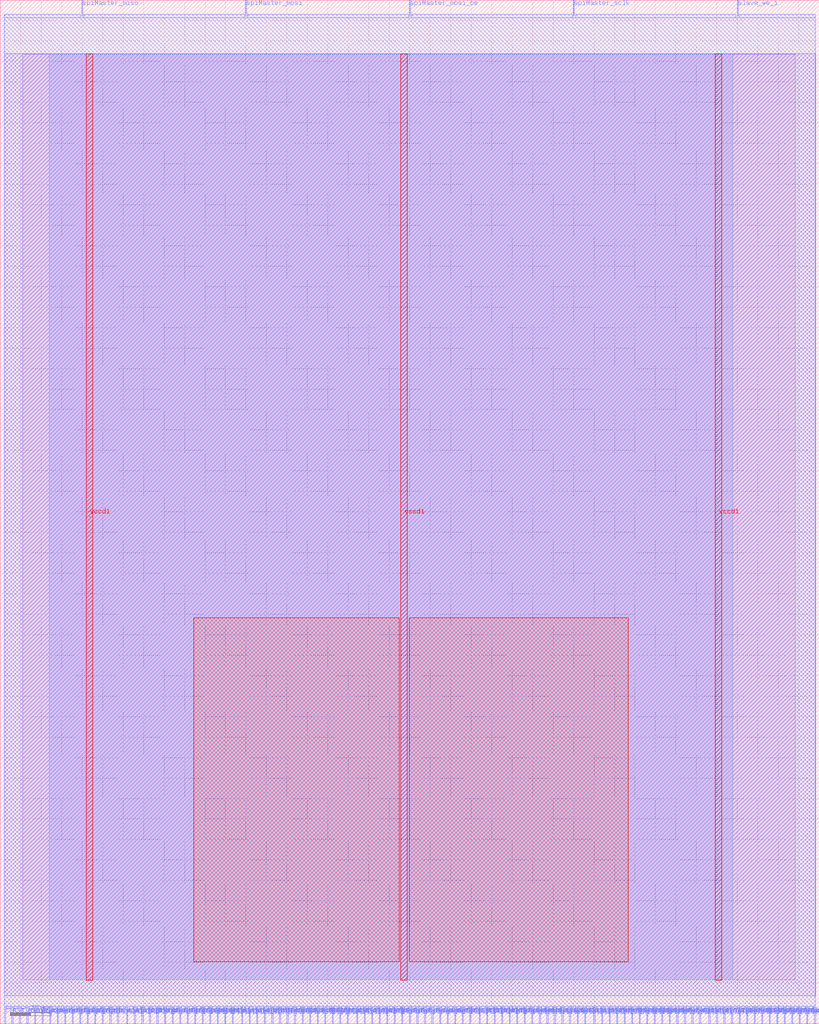
<source format=lef>
VERSION 5.7 ;
  NOWIREEXTENSIONATPIN ON ;
  DIVIDERCHAR "/" ;
  BUSBITCHARS "[]" ;
MACRO mkQF100SPI
  CLASS BLOCK ;
  FOREIGN mkQF100SPI ;
  ORIGIN 0.000 0.000 ;
  SIZE 200.000 BY 250.000 ;
  PIN CLK
    DIRECTION INPUT ;
    USE SIGNAL ;
    PORT
      LAYER met2 ;
        RECT 1.010 0.000 1.290 4.000 ;
    END
  END CLK
  PIN RST_N
    DIRECTION INPUT ;
    USE SIGNAL ;
    PORT
      LAYER met2 ;
        RECT 2.850 0.000 3.130 4.000 ;
    END
  END RST_N
  PIN slave_ack_o
    DIRECTION OUTPUT TRISTATE ;
    USE SIGNAL ;
    PORT
      LAYER met2 ;
        RECT 15.730 0.000 16.010 4.000 ;
    END
  END slave_ack_o
  PIN slave_adr_i[0]
    DIRECTION INPUT ;
    USE SIGNAL ;
    PORT
      LAYER met2 ;
        RECT 21.250 0.000 21.530 4.000 ;
    END
  END slave_adr_i[0]
  PIN slave_adr_i[10]
    DIRECTION INPUT ;
    USE SIGNAL ;
    PORT
      LAYER met2 ;
        RECT 40.110 0.000 40.390 4.000 ;
    END
  END slave_adr_i[10]
  PIN slave_adr_i[11]
    DIRECTION INPUT ;
    USE SIGNAL ;
    PORT
      LAYER met2 ;
        RECT 41.950 0.000 42.230 4.000 ;
    END
  END slave_adr_i[11]
  PIN slave_adr_i[12]
    DIRECTION INPUT ;
    USE SIGNAL ;
    PORT
      LAYER met2 ;
        RECT 43.790 0.000 44.070 4.000 ;
    END
  END slave_adr_i[12]
  PIN slave_adr_i[13]
    DIRECTION INPUT ;
    USE SIGNAL ;
    PORT
      LAYER met2 ;
        RECT 45.630 0.000 45.910 4.000 ;
    END
  END slave_adr_i[13]
  PIN slave_adr_i[14]
    DIRECTION INPUT ;
    USE SIGNAL ;
    PORT
      LAYER met2 ;
        RECT 47.470 0.000 47.750 4.000 ;
    END
  END slave_adr_i[14]
  PIN slave_adr_i[15]
    DIRECTION INPUT ;
    USE SIGNAL ;
    PORT
      LAYER met2 ;
        RECT 49.310 0.000 49.590 4.000 ;
    END
  END slave_adr_i[15]
  PIN slave_adr_i[16]
    DIRECTION INPUT ;
    USE SIGNAL ;
    PORT
      LAYER met2 ;
        RECT 51.150 0.000 51.430 4.000 ;
    END
  END slave_adr_i[16]
  PIN slave_adr_i[17]
    DIRECTION INPUT ;
    USE SIGNAL ;
    PORT
      LAYER met2 ;
        RECT 52.990 0.000 53.270 4.000 ;
    END
  END slave_adr_i[17]
  PIN slave_adr_i[18]
    DIRECTION INPUT ;
    USE SIGNAL ;
    PORT
      LAYER met2 ;
        RECT 54.830 0.000 55.110 4.000 ;
    END
  END slave_adr_i[18]
  PIN slave_adr_i[19]
    DIRECTION INPUT ;
    USE SIGNAL ;
    PORT
      LAYER met2 ;
        RECT 56.670 0.000 56.950 4.000 ;
    END
  END slave_adr_i[19]
  PIN slave_adr_i[1]
    DIRECTION INPUT ;
    USE SIGNAL ;
    PORT
      LAYER met2 ;
        RECT 23.090 0.000 23.370 4.000 ;
    END
  END slave_adr_i[1]
  PIN slave_adr_i[20]
    DIRECTION INPUT ;
    USE SIGNAL ;
    PORT
      LAYER met2 ;
        RECT 58.970 0.000 59.250 4.000 ;
    END
  END slave_adr_i[20]
  PIN slave_adr_i[21]
    DIRECTION INPUT ;
    USE SIGNAL ;
    PORT
      LAYER met2 ;
        RECT 60.810 0.000 61.090 4.000 ;
    END
  END slave_adr_i[21]
  PIN slave_adr_i[22]
    DIRECTION INPUT ;
    USE SIGNAL ;
    PORT
      LAYER met2 ;
        RECT 62.650 0.000 62.930 4.000 ;
    END
  END slave_adr_i[22]
  PIN slave_adr_i[23]
    DIRECTION INPUT ;
    USE SIGNAL ;
    PORT
      LAYER met2 ;
        RECT 64.490 0.000 64.770 4.000 ;
    END
  END slave_adr_i[23]
  PIN slave_adr_i[24]
    DIRECTION INPUT ;
    USE SIGNAL ;
    PORT
      LAYER met2 ;
        RECT 66.330 0.000 66.610 4.000 ;
    END
  END slave_adr_i[24]
  PIN slave_adr_i[25]
    DIRECTION INPUT ;
    USE SIGNAL ;
    PORT
      LAYER met2 ;
        RECT 68.170 0.000 68.450 4.000 ;
    END
  END slave_adr_i[25]
  PIN slave_adr_i[26]
    DIRECTION INPUT ;
    USE SIGNAL ;
    PORT
      LAYER met2 ;
        RECT 70.010 0.000 70.290 4.000 ;
    END
  END slave_adr_i[26]
  PIN slave_adr_i[27]
    DIRECTION INPUT ;
    USE SIGNAL ;
    PORT
      LAYER met2 ;
        RECT 71.850 0.000 72.130 4.000 ;
    END
  END slave_adr_i[27]
  PIN slave_adr_i[28]
    DIRECTION INPUT ;
    USE SIGNAL ;
    PORT
      LAYER met2 ;
        RECT 73.690 0.000 73.970 4.000 ;
    END
  END slave_adr_i[28]
  PIN slave_adr_i[29]
    DIRECTION INPUT ;
    USE SIGNAL ;
    PORT
      LAYER met2 ;
        RECT 75.530 0.000 75.810 4.000 ;
    END
  END slave_adr_i[29]
  PIN slave_adr_i[2]
    DIRECTION INPUT ;
    USE SIGNAL ;
    PORT
      LAYER met2 ;
        RECT 24.930 0.000 25.210 4.000 ;
    END
  END slave_adr_i[2]
  PIN slave_adr_i[30]
    DIRECTION INPUT ;
    USE SIGNAL ;
    PORT
      LAYER met2 ;
        RECT 77.370 0.000 77.650 4.000 ;
    END
  END slave_adr_i[30]
  PIN slave_adr_i[31]
    DIRECTION INPUT ;
    USE SIGNAL ;
    PORT
      LAYER met2 ;
        RECT 79.210 0.000 79.490 4.000 ;
    END
  END slave_adr_i[31]
  PIN slave_adr_i[3]
    DIRECTION INPUT ;
    USE SIGNAL ;
    PORT
      LAYER met2 ;
        RECT 26.770 0.000 27.050 4.000 ;
    END
  END slave_adr_i[3]
  PIN slave_adr_i[4]
    DIRECTION INPUT ;
    USE SIGNAL ;
    PORT
      LAYER met2 ;
        RECT 28.610 0.000 28.890 4.000 ;
    END
  END slave_adr_i[4]
  PIN slave_adr_i[5]
    DIRECTION INPUT ;
    USE SIGNAL ;
    PORT
      LAYER met2 ;
        RECT 30.910 0.000 31.190 4.000 ;
    END
  END slave_adr_i[5]
  PIN slave_adr_i[6]
    DIRECTION INPUT ;
    USE SIGNAL ;
    PORT
      LAYER met2 ;
        RECT 32.750 0.000 33.030 4.000 ;
    END
  END slave_adr_i[6]
  PIN slave_adr_i[7]
    DIRECTION INPUT ;
    USE SIGNAL ;
    PORT
      LAYER met2 ;
        RECT 34.590 0.000 34.870 4.000 ;
    END
  END slave_adr_i[7]
  PIN slave_adr_i[8]
    DIRECTION INPUT ;
    USE SIGNAL ;
    PORT
      LAYER met2 ;
        RECT 36.430 0.000 36.710 4.000 ;
    END
  END slave_adr_i[8]
  PIN slave_adr_i[9]
    DIRECTION INPUT ;
    USE SIGNAL ;
    PORT
      LAYER met2 ;
        RECT 38.270 0.000 38.550 4.000 ;
    END
  END slave_adr_i[9]
  PIN slave_cyc_i
    DIRECTION INPUT ;
    USE SIGNAL ;
    PORT
      LAYER met2 ;
        RECT 4.690 0.000 4.970 4.000 ;
    END
  END slave_cyc_i
  PIN slave_dat_i[0]
    DIRECTION INPUT ;
    USE SIGNAL ;
    PORT
      LAYER met2 ;
        RECT 81.050 0.000 81.330 4.000 ;
    END
  END slave_dat_i[0]
  PIN slave_dat_i[10]
    DIRECTION INPUT ;
    USE SIGNAL ;
    PORT
      LAYER met2 ;
        RECT 118.770 0.000 119.050 4.000 ;
    END
  END slave_dat_i[10]
  PIN slave_dat_i[11]
    DIRECTION INPUT ;
    USE SIGNAL ;
    PORT
      LAYER met2 ;
        RECT 122.450 0.000 122.730 4.000 ;
    END
  END slave_dat_i[11]
  PIN slave_dat_i[12]
    DIRECTION INPUT ;
    USE SIGNAL ;
    PORT
      LAYER met2 ;
        RECT 126.130 0.000 126.410 4.000 ;
    END
  END slave_dat_i[12]
  PIN slave_dat_i[13]
    DIRECTION INPUT ;
    USE SIGNAL ;
    PORT
      LAYER met2 ;
        RECT 129.810 0.000 130.090 4.000 ;
    END
  END slave_dat_i[13]
  PIN slave_dat_i[14]
    DIRECTION INPUT ;
    USE SIGNAL ;
    PORT
      LAYER met2 ;
        RECT 133.490 0.000 133.770 4.000 ;
    END
  END slave_dat_i[14]
  PIN slave_dat_i[15]
    DIRECTION INPUT ;
    USE SIGNAL ;
    PORT
      LAYER met2 ;
        RECT 137.170 0.000 137.450 4.000 ;
    END
  END slave_dat_i[15]
  PIN slave_dat_i[16]
    DIRECTION INPUT ;
    USE SIGNAL ;
    PORT
      LAYER met2 ;
        RECT 140.850 0.000 141.130 4.000 ;
    END
  END slave_dat_i[16]
  PIN slave_dat_i[17]
    DIRECTION INPUT ;
    USE SIGNAL ;
    PORT
      LAYER met2 ;
        RECT 144.990 0.000 145.270 4.000 ;
    END
  END slave_dat_i[17]
  PIN slave_dat_i[18]
    DIRECTION INPUT ;
    USE SIGNAL ;
    PORT
      LAYER met2 ;
        RECT 148.670 0.000 148.950 4.000 ;
    END
  END slave_dat_i[18]
  PIN slave_dat_i[19]
    DIRECTION INPUT ;
    USE SIGNAL ;
    PORT
      LAYER met2 ;
        RECT 152.350 0.000 152.630 4.000 ;
    END
  END slave_dat_i[19]
  PIN slave_dat_i[1]
    DIRECTION INPUT ;
    USE SIGNAL ;
    PORT
      LAYER met2 ;
        RECT 84.730 0.000 85.010 4.000 ;
    END
  END slave_dat_i[1]
  PIN slave_dat_i[20]
    DIRECTION INPUT ;
    USE SIGNAL ;
    PORT
      LAYER met2 ;
        RECT 156.030 0.000 156.310 4.000 ;
    END
  END slave_dat_i[20]
  PIN slave_dat_i[21]
    DIRECTION INPUT ;
    USE SIGNAL ;
    PORT
      LAYER met2 ;
        RECT 159.710 0.000 159.990 4.000 ;
    END
  END slave_dat_i[21]
  PIN slave_dat_i[22]
    DIRECTION INPUT ;
    USE SIGNAL ;
    PORT
      LAYER met2 ;
        RECT 163.390 0.000 163.670 4.000 ;
    END
  END slave_dat_i[22]
  PIN slave_dat_i[23]
    DIRECTION INPUT ;
    USE SIGNAL ;
    PORT
      LAYER met2 ;
        RECT 167.070 0.000 167.350 4.000 ;
    END
  END slave_dat_i[23]
  PIN slave_dat_i[24]
    DIRECTION INPUT ;
    USE SIGNAL ;
    PORT
      LAYER met2 ;
        RECT 170.750 0.000 171.030 4.000 ;
    END
  END slave_dat_i[24]
  PIN slave_dat_i[25]
    DIRECTION INPUT ;
    USE SIGNAL ;
    PORT
      LAYER met2 ;
        RECT 174.890 0.000 175.170 4.000 ;
    END
  END slave_dat_i[25]
  PIN slave_dat_i[26]
    DIRECTION INPUT ;
    USE SIGNAL ;
    PORT
      LAYER met2 ;
        RECT 178.570 0.000 178.850 4.000 ;
    END
  END slave_dat_i[26]
  PIN slave_dat_i[27]
    DIRECTION INPUT ;
    USE SIGNAL ;
    PORT
      LAYER met2 ;
        RECT 182.250 0.000 182.530 4.000 ;
    END
  END slave_dat_i[27]
  PIN slave_dat_i[28]
    DIRECTION INPUT ;
    USE SIGNAL ;
    PORT
      LAYER met2 ;
        RECT 185.930 0.000 186.210 4.000 ;
    END
  END slave_dat_i[28]
  PIN slave_dat_i[29]
    DIRECTION INPUT ;
    USE SIGNAL ;
    PORT
      LAYER met2 ;
        RECT 189.610 0.000 189.890 4.000 ;
    END
  END slave_dat_i[29]
  PIN slave_dat_i[2]
    DIRECTION INPUT ;
    USE SIGNAL ;
    PORT
      LAYER met2 ;
        RECT 88.870 0.000 89.150 4.000 ;
    END
  END slave_dat_i[2]
  PIN slave_dat_i[30]
    DIRECTION INPUT ;
    USE SIGNAL ;
    PORT
      LAYER met2 ;
        RECT 193.290 0.000 193.570 4.000 ;
    END
  END slave_dat_i[30]
  PIN slave_dat_i[31]
    DIRECTION INPUT ;
    USE SIGNAL ;
    PORT
      LAYER met2 ;
        RECT 196.970 0.000 197.250 4.000 ;
    END
  END slave_dat_i[31]
  PIN slave_dat_i[3]
    DIRECTION INPUT ;
    USE SIGNAL ;
    PORT
      LAYER met2 ;
        RECT 92.550 0.000 92.830 4.000 ;
    END
  END slave_dat_i[3]
  PIN slave_dat_i[4]
    DIRECTION INPUT ;
    USE SIGNAL ;
    PORT
      LAYER met2 ;
        RECT 96.230 0.000 96.510 4.000 ;
    END
  END slave_dat_i[4]
  PIN slave_dat_i[5]
    DIRECTION INPUT ;
    USE SIGNAL ;
    PORT
      LAYER met2 ;
        RECT 99.910 0.000 100.190 4.000 ;
    END
  END slave_dat_i[5]
  PIN slave_dat_i[6]
    DIRECTION INPUT ;
    USE SIGNAL ;
    PORT
      LAYER met2 ;
        RECT 103.590 0.000 103.870 4.000 ;
    END
  END slave_dat_i[6]
  PIN slave_dat_i[7]
    DIRECTION INPUT ;
    USE SIGNAL ;
    PORT
      LAYER met2 ;
        RECT 107.270 0.000 107.550 4.000 ;
    END
  END slave_dat_i[7]
  PIN slave_dat_i[8]
    DIRECTION INPUT ;
    USE SIGNAL ;
    PORT
      LAYER met2 ;
        RECT 110.950 0.000 111.230 4.000 ;
    END
  END slave_dat_i[8]
  PIN slave_dat_i[9]
    DIRECTION INPUT ;
    USE SIGNAL ;
    PORT
      LAYER met2 ;
        RECT 114.630 0.000 114.910 4.000 ;
    END
  END slave_dat_i[9]
  PIN slave_dat_o[0]
    DIRECTION OUTPUT TRISTATE ;
    USE SIGNAL ;
    PORT
      LAYER met2 ;
        RECT 82.890 0.000 83.170 4.000 ;
    END
  END slave_dat_o[0]
  PIN slave_dat_o[10]
    DIRECTION OUTPUT TRISTATE ;
    USE SIGNAL ;
    PORT
      LAYER met2 ;
        RECT 120.610 0.000 120.890 4.000 ;
    END
  END slave_dat_o[10]
  PIN slave_dat_o[11]
    DIRECTION OUTPUT TRISTATE ;
    USE SIGNAL ;
    PORT
      LAYER met2 ;
        RECT 124.290 0.000 124.570 4.000 ;
    END
  END slave_dat_o[11]
  PIN slave_dat_o[12]
    DIRECTION OUTPUT TRISTATE ;
    USE SIGNAL ;
    PORT
      LAYER met2 ;
        RECT 127.970 0.000 128.250 4.000 ;
    END
  END slave_dat_o[12]
  PIN slave_dat_o[13]
    DIRECTION OUTPUT TRISTATE ;
    USE SIGNAL ;
    PORT
      LAYER met2 ;
        RECT 131.650 0.000 131.930 4.000 ;
    END
  END slave_dat_o[13]
  PIN slave_dat_o[14]
    DIRECTION OUTPUT TRISTATE ;
    USE SIGNAL ;
    PORT
      LAYER met2 ;
        RECT 135.330 0.000 135.610 4.000 ;
    END
  END slave_dat_o[14]
  PIN slave_dat_o[15]
    DIRECTION OUTPUT TRISTATE ;
    USE SIGNAL ;
    PORT
      LAYER met2 ;
        RECT 139.010 0.000 139.290 4.000 ;
    END
  END slave_dat_o[15]
  PIN slave_dat_o[16]
    DIRECTION OUTPUT TRISTATE ;
    USE SIGNAL ;
    PORT
      LAYER met2 ;
        RECT 142.690 0.000 142.970 4.000 ;
    END
  END slave_dat_o[16]
  PIN slave_dat_o[17]
    DIRECTION OUTPUT TRISTATE ;
    USE SIGNAL ;
    PORT
      LAYER met2 ;
        RECT 146.830 0.000 147.110 4.000 ;
    END
  END slave_dat_o[17]
  PIN slave_dat_o[18]
    DIRECTION OUTPUT TRISTATE ;
    USE SIGNAL ;
    PORT
      LAYER met2 ;
        RECT 150.510 0.000 150.790 4.000 ;
    END
  END slave_dat_o[18]
  PIN slave_dat_o[19]
    DIRECTION OUTPUT TRISTATE ;
    USE SIGNAL ;
    PORT
      LAYER met2 ;
        RECT 154.190 0.000 154.470 4.000 ;
    END
  END slave_dat_o[19]
  PIN slave_dat_o[1]
    DIRECTION OUTPUT TRISTATE ;
    USE SIGNAL ;
    PORT
      LAYER met2 ;
        RECT 87.030 0.000 87.310 4.000 ;
    END
  END slave_dat_o[1]
  PIN slave_dat_o[20]
    DIRECTION OUTPUT TRISTATE ;
    USE SIGNAL ;
    PORT
      LAYER met2 ;
        RECT 157.870 0.000 158.150 4.000 ;
    END
  END slave_dat_o[20]
  PIN slave_dat_o[21]
    DIRECTION OUTPUT TRISTATE ;
    USE SIGNAL ;
    PORT
      LAYER met2 ;
        RECT 161.550 0.000 161.830 4.000 ;
    END
  END slave_dat_o[21]
  PIN slave_dat_o[22]
    DIRECTION OUTPUT TRISTATE ;
    USE SIGNAL ;
    PORT
      LAYER met2 ;
        RECT 165.230 0.000 165.510 4.000 ;
    END
  END slave_dat_o[22]
  PIN slave_dat_o[23]
    DIRECTION OUTPUT TRISTATE ;
    USE SIGNAL ;
    PORT
      LAYER met2 ;
        RECT 168.910 0.000 169.190 4.000 ;
    END
  END slave_dat_o[23]
  PIN slave_dat_o[24]
    DIRECTION OUTPUT TRISTATE ;
    USE SIGNAL ;
    PORT
      LAYER met2 ;
        RECT 173.050 0.000 173.330 4.000 ;
    END
  END slave_dat_o[24]
  PIN slave_dat_o[25]
    DIRECTION OUTPUT TRISTATE ;
    USE SIGNAL ;
    PORT
      LAYER met2 ;
        RECT 176.730 0.000 177.010 4.000 ;
    END
  END slave_dat_o[25]
  PIN slave_dat_o[26]
    DIRECTION OUTPUT TRISTATE ;
    USE SIGNAL ;
    PORT
      LAYER met2 ;
        RECT 180.410 0.000 180.690 4.000 ;
    END
  END slave_dat_o[26]
  PIN slave_dat_o[27]
    DIRECTION OUTPUT TRISTATE ;
    USE SIGNAL ;
    PORT
      LAYER met2 ;
        RECT 184.090 0.000 184.370 4.000 ;
    END
  END slave_dat_o[27]
  PIN slave_dat_o[28]
    DIRECTION OUTPUT TRISTATE ;
    USE SIGNAL ;
    PORT
      LAYER met2 ;
        RECT 187.770 0.000 188.050 4.000 ;
    END
  END slave_dat_o[28]
  PIN slave_dat_o[29]
    DIRECTION OUTPUT TRISTATE ;
    USE SIGNAL ;
    PORT
      LAYER met2 ;
        RECT 191.450 0.000 191.730 4.000 ;
    END
  END slave_dat_o[29]
  PIN slave_dat_o[2]
    DIRECTION OUTPUT TRISTATE ;
    USE SIGNAL ;
    PORT
      LAYER met2 ;
        RECT 90.710 0.000 90.990 4.000 ;
    END
  END slave_dat_o[2]
  PIN slave_dat_o[30]
    DIRECTION OUTPUT TRISTATE ;
    USE SIGNAL ;
    PORT
      LAYER met2 ;
        RECT 195.130 0.000 195.410 4.000 ;
    END
  END slave_dat_o[30]
  PIN slave_dat_o[31]
    DIRECTION OUTPUT TRISTATE ;
    USE SIGNAL ;
    PORT
      LAYER met2 ;
        RECT 198.810 0.000 199.090 4.000 ;
    END
  END slave_dat_o[31]
  PIN slave_dat_o[3]
    DIRECTION OUTPUT TRISTATE ;
    USE SIGNAL ;
    PORT
      LAYER met2 ;
        RECT 94.390 0.000 94.670 4.000 ;
    END
  END slave_dat_o[3]
  PIN slave_dat_o[4]
    DIRECTION OUTPUT TRISTATE ;
    USE SIGNAL ;
    PORT
      LAYER met2 ;
        RECT 98.070 0.000 98.350 4.000 ;
    END
  END slave_dat_o[4]
  PIN slave_dat_o[5]
    DIRECTION OUTPUT TRISTATE ;
    USE SIGNAL ;
    PORT
      LAYER met2 ;
        RECT 101.750 0.000 102.030 4.000 ;
    END
  END slave_dat_o[5]
  PIN slave_dat_o[6]
    DIRECTION OUTPUT TRISTATE ;
    USE SIGNAL ;
    PORT
      LAYER met2 ;
        RECT 105.430 0.000 105.710 4.000 ;
    END
  END slave_dat_o[6]
  PIN slave_dat_o[7]
    DIRECTION OUTPUT TRISTATE ;
    USE SIGNAL ;
    PORT
      LAYER met2 ;
        RECT 109.110 0.000 109.390 4.000 ;
    END
  END slave_dat_o[7]
  PIN slave_dat_o[8]
    DIRECTION OUTPUT TRISTATE ;
    USE SIGNAL ;
    PORT
      LAYER met2 ;
        RECT 112.790 0.000 113.070 4.000 ;
    END
  END slave_dat_o[8]
  PIN slave_dat_o[9]
    DIRECTION OUTPUT TRISTATE ;
    USE SIGNAL ;
    PORT
      LAYER met2 ;
        RECT 116.930 0.000 117.210 4.000 ;
    END
  END slave_dat_o[9]
  PIN slave_err_o
    DIRECTION OUTPUT TRISTATE ;
    USE SIGNAL ;
    PORT
      LAYER met2 ;
        RECT 17.570 0.000 17.850 4.000 ;
    END
  END slave_err_o
  PIN slave_rty_o
    DIRECTION OUTPUT TRISTATE ;
    USE SIGNAL ;
    PORT
      LAYER met2 ;
        RECT 19.410 0.000 19.690 4.000 ;
    END
  END slave_rty_o
  PIN slave_sel_i[0]
    DIRECTION INPUT ;
    USE SIGNAL ;
    PORT
      LAYER met2 ;
        RECT 8.370 0.000 8.650 4.000 ;
    END
  END slave_sel_i[0]
  PIN slave_sel_i[1]
    DIRECTION INPUT ;
    USE SIGNAL ;
    PORT
      LAYER met2 ;
        RECT 10.210 0.000 10.490 4.000 ;
    END
  END slave_sel_i[1]
  PIN slave_sel_i[2]
    DIRECTION INPUT ;
    USE SIGNAL ;
    PORT
      LAYER met2 ;
        RECT 12.050 0.000 12.330 4.000 ;
    END
  END slave_sel_i[2]
  PIN slave_sel_i[3]
    DIRECTION INPUT ;
    USE SIGNAL ;
    PORT
      LAYER met2 ;
        RECT 13.890 0.000 14.170 4.000 ;
    END
  END slave_sel_i[3]
  PIN slave_stb_i
    DIRECTION INPUT ;
    USE SIGNAL ;
    PORT
      LAYER met2 ;
        RECT 6.530 0.000 6.810 4.000 ;
    END
  END slave_stb_i
  PIN slave_we_i
    DIRECTION INPUT ;
    USE SIGNAL ;
    PORT
      LAYER met2 ;
        RECT 179.950 246.000 180.230 250.000 ;
    END
  END slave_we_i
  PIN spiMaster_miso
    DIRECTION INPUT ;
    USE SIGNAL ;
    PORT
      LAYER met2 ;
        RECT 19.870 246.000 20.150 250.000 ;
    END
  END spiMaster_miso
  PIN spiMaster_mosi
    DIRECTION OUTPUT TRISTATE ;
    USE SIGNAL ;
    PORT
      LAYER met2 ;
        RECT 59.890 246.000 60.170 250.000 ;
    END
  END spiMaster_mosi
  PIN spiMaster_mosi_oe
    DIRECTION OUTPUT TRISTATE ;
    USE SIGNAL ;
    PORT
      LAYER met2 ;
        RECT 99.910 246.000 100.190 250.000 ;
    END
  END spiMaster_mosi_oe
  PIN spiMaster_sclk
    DIRECTION OUTPUT TRISTATE ;
    USE SIGNAL ;
    PORT
      LAYER met2 ;
        RECT 139.930 246.000 140.210 250.000 ;
    END
  END spiMaster_sclk
  PIN vccd1
    DIRECTION INPUT ;
    USE POWER ;
    PORT
      LAYER met4 ;
        RECT 21.040 10.640 22.640 236.880 ;
    END
    PORT
      LAYER met4 ;
        RECT 174.640 10.640 176.240 236.880 ;
    END
  END vccd1
  PIN vssd1
    DIRECTION INPUT ;
    USE GROUND ;
    PORT
      LAYER met4 ;
        RECT 97.840 10.640 99.440 236.880 ;
    END
  END vssd1
  OBS
      LAYER li1 ;
        RECT 5.520 10.795 194.120 236.725 ;
      LAYER met1 ;
        RECT 0.990 6.840 199.110 236.880 ;
      LAYER met2 ;
        RECT 1.020 245.720 19.590 246.570 ;
        RECT 20.430 245.720 59.610 246.570 ;
        RECT 60.450 245.720 99.630 246.570 ;
        RECT 100.470 245.720 139.650 246.570 ;
        RECT 140.490 245.720 179.670 246.570 ;
        RECT 180.510 245.720 199.080 246.570 ;
        RECT 1.020 4.280 199.080 245.720 ;
        RECT 1.570 3.670 2.570 4.280 ;
        RECT 3.410 3.670 4.410 4.280 ;
        RECT 5.250 3.670 6.250 4.280 ;
        RECT 7.090 3.670 8.090 4.280 ;
        RECT 8.930 3.670 9.930 4.280 ;
        RECT 10.770 3.670 11.770 4.280 ;
        RECT 12.610 3.670 13.610 4.280 ;
        RECT 14.450 3.670 15.450 4.280 ;
        RECT 16.290 3.670 17.290 4.280 ;
        RECT 18.130 3.670 19.130 4.280 ;
        RECT 19.970 3.670 20.970 4.280 ;
        RECT 21.810 3.670 22.810 4.280 ;
        RECT 23.650 3.670 24.650 4.280 ;
        RECT 25.490 3.670 26.490 4.280 ;
        RECT 27.330 3.670 28.330 4.280 ;
        RECT 29.170 3.670 30.630 4.280 ;
        RECT 31.470 3.670 32.470 4.280 ;
        RECT 33.310 3.670 34.310 4.280 ;
        RECT 35.150 3.670 36.150 4.280 ;
        RECT 36.990 3.670 37.990 4.280 ;
        RECT 38.830 3.670 39.830 4.280 ;
        RECT 40.670 3.670 41.670 4.280 ;
        RECT 42.510 3.670 43.510 4.280 ;
        RECT 44.350 3.670 45.350 4.280 ;
        RECT 46.190 3.670 47.190 4.280 ;
        RECT 48.030 3.670 49.030 4.280 ;
        RECT 49.870 3.670 50.870 4.280 ;
        RECT 51.710 3.670 52.710 4.280 ;
        RECT 53.550 3.670 54.550 4.280 ;
        RECT 55.390 3.670 56.390 4.280 ;
        RECT 57.230 3.670 58.690 4.280 ;
        RECT 59.530 3.670 60.530 4.280 ;
        RECT 61.370 3.670 62.370 4.280 ;
        RECT 63.210 3.670 64.210 4.280 ;
        RECT 65.050 3.670 66.050 4.280 ;
        RECT 66.890 3.670 67.890 4.280 ;
        RECT 68.730 3.670 69.730 4.280 ;
        RECT 70.570 3.670 71.570 4.280 ;
        RECT 72.410 3.670 73.410 4.280 ;
        RECT 74.250 3.670 75.250 4.280 ;
        RECT 76.090 3.670 77.090 4.280 ;
        RECT 77.930 3.670 78.930 4.280 ;
        RECT 79.770 3.670 80.770 4.280 ;
        RECT 81.610 3.670 82.610 4.280 ;
        RECT 83.450 3.670 84.450 4.280 ;
        RECT 85.290 3.670 86.750 4.280 ;
        RECT 87.590 3.670 88.590 4.280 ;
        RECT 89.430 3.670 90.430 4.280 ;
        RECT 91.270 3.670 92.270 4.280 ;
        RECT 93.110 3.670 94.110 4.280 ;
        RECT 94.950 3.670 95.950 4.280 ;
        RECT 96.790 3.670 97.790 4.280 ;
        RECT 98.630 3.670 99.630 4.280 ;
        RECT 100.470 3.670 101.470 4.280 ;
        RECT 102.310 3.670 103.310 4.280 ;
        RECT 104.150 3.670 105.150 4.280 ;
        RECT 105.990 3.670 106.990 4.280 ;
        RECT 107.830 3.670 108.830 4.280 ;
        RECT 109.670 3.670 110.670 4.280 ;
        RECT 111.510 3.670 112.510 4.280 ;
        RECT 113.350 3.670 114.350 4.280 ;
        RECT 115.190 3.670 116.650 4.280 ;
        RECT 117.490 3.670 118.490 4.280 ;
        RECT 119.330 3.670 120.330 4.280 ;
        RECT 121.170 3.670 122.170 4.280 ;
        RECT 123.010 3.670 124.010 4.280 ;
        RECT 124.850 3.670 125.850 4.280 ;
        RECT 126.690 3.670 127.690 4.280 ;
        RECT 128.530 3.670 129.530 4.280 ;
        RECT 130.370 3.670 131.370 4.280 ;
        RECT 132.210 3.670 133.210 4.280 ;
        RECT 134.050 3.670 135.050 4.280 ;
        RECT 135.890 3.670 136.890 4.280 ;
        RECT 137.730 3.670 138.730 4.280 ;
        RECT 139.570 3.670 140.570 4.280 ;
        RECT 141.410 3.670 142.410 4.280 ;
        RECT 143.250 3.670 144.710 4.280 ;
        RECT 145.550 3.670 146.550 4.280 ;
        RECT 147.390 3.670 148.390 4.280 ;
        RECT 149.230 3.670 150.230 4.280 ;
        RECT 151.070 3.670 152.070 4.280 ;
        RECT 152.910 3.670 153.910 4.280 ;
        RECT 154.750 3.670 155.750 4.280 ;
        RECT 156.590 3.670 157.590 4.280 ;
        RECT 158.430 3.670 159.430 4.280 ;
        RECT 160.270 3.670 161.270 4.280 ;
        RECT 162.110 3.670 163.110 4.280 ;
        RECT 163.950 3.670 164.950 4.280 ;
        RECT 165.790 3.670 166.790 4.280 ;
        RECT 167.630 3.670 168.630 4.280 ;
        RECT 169.470 3.670 170.470 4.280 ;
        RECT 171.310 3.670 172.770 4.280 ;
        RECT 173.610 3.670 174.610 4.280 ;
        RECT 175.450 3.670 176.450 4.280 ;
        RECT 177.290 3.670 178.290 4.280 ;
        RECT 179.130 3.670 180.130 4.280 ;
        RECT 180.970 3.670 181.970 4.280 ;
        RECT 182.810 3.670 183.810 4.280 ;
        RECT 184.650 3.670 185.650 4.280 ;
        RECT 186.490 3.670 187.490 4.280 ;
        RECT 188.330 3.670 189.330 4.280 ;
        RECT 190.170 3.670 191.170 4.280 ;
        RECT 192.010 3.670 193.010 4.280 ;
        RECT 193.850 3.670 194.850 4.280 ;
        RECT 195.690 3.670 196.690 4.280 ;
        RECT 197.530 3.670 198.530 4.280 ;
      LAYER met3 ;
        RECT 12.025 10.715 178.875 236.805 ;
      LAYER met4 ;
        RECT 47.215 15.135 97.440 99.105 ;
        RECT 99.840 15.135 153.345 99.105 ;
  END
END mkQF100SPI
END LIBRARY


</source>
